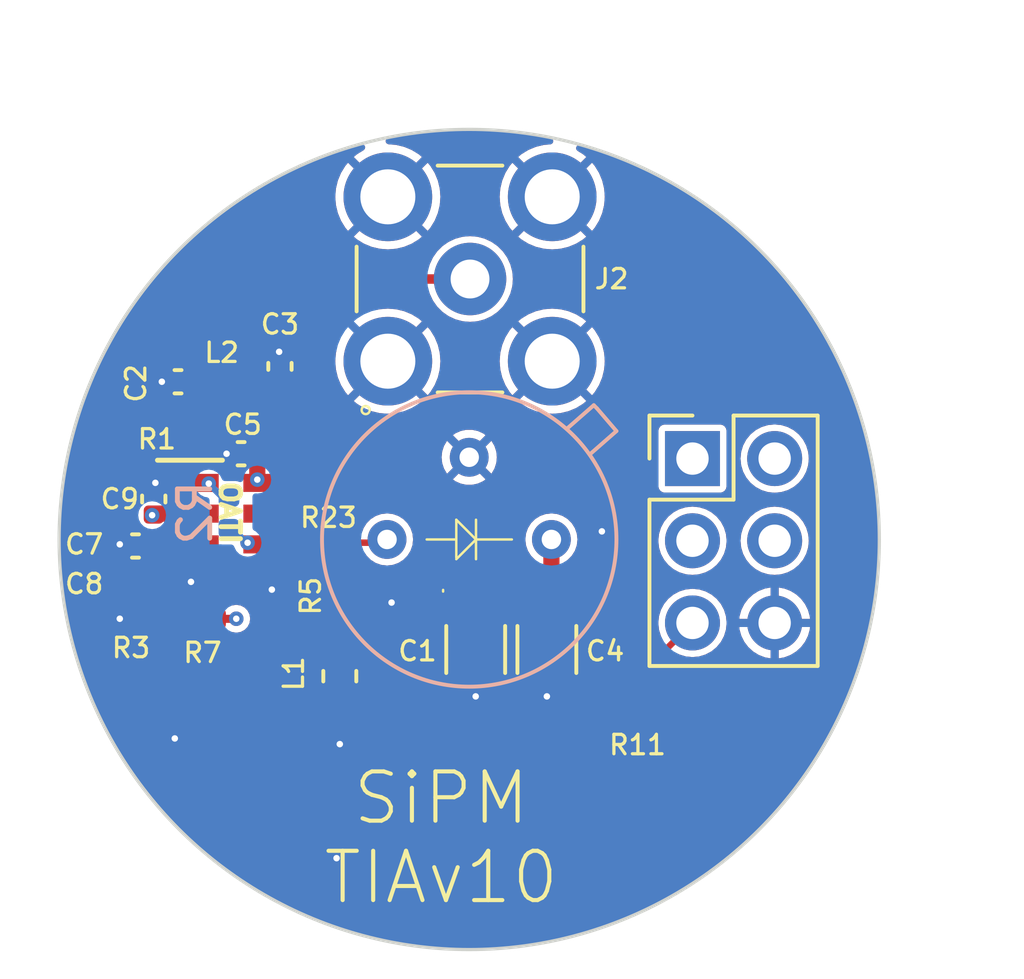
<source format=kicad_pcb>
(kicad_pcb (version 20221018) (generator pcbnew)
  (layers (0 "F.Cu" signal) (1 "In1.Cu" signal "GND") (2 "In2.Cu" signal "PWR") (31 "B.Cu" signal) (34 "B.Paste" user) (35 "F.Paste" user) (36 "B.SilkS" user "B.Silkscreen") (37 "F.SilkS" user "F.Silkscreen") (38 "B.Mask" user) (39 "F.Mask" user) (44 "Edge.Cuts" user))
  (net 0 "")
  (net 1 "GND")
  (net 2 "/VBiasFilt")
  (net 3 "Net-(C2-Pad1)")
  (net 4 "VDDA")
  (net 5 "VSSA")
  (net 6 "/OUT")
  (net 7 "Net-(L1-Pad1)")
  (net 8 "Net-(J2-In)")
  (net 9 "+VDC")
  (net 10 "Net-(U1-+)")
  (net 11 "LINE")
  (net 12 "Net-(D1-A)")
  (net 13 "+5V")
  (net 14 "Net-(U1--)")
  (footprint "Resistor_SMD:R_1206_3216Metric" (layer "F.Cu") (at 200.2 103.4 -90)
    (fp_text reference "C1" (at 0.05 1.8) (layer "F.SilkS") (effects (font (size 0.6 0.6) (thickness 0.1))))
    (fp_text value "2.2u" hide)
    (fp_line (start -0.727064 -0.91) (end 0.727064 -0.91) (stroke (width 0.12)) (layer "F.SilkS"))
    (fp_line (start -0.727064 0.91) (end 0.727064 0.91) (stroke (width 0.12)) (layer "F.SilkS"))
    (pad "1" smd roundrect (at -1.4625 0 270) (size 1.125 1.75) (layers "F.Cu" "F.Paste" "F.Mask") (roundrect_rratio 0.222222) (net 2 "/VBiasFilt"))
    (pad "2" smd roundrect (at 1.4625 0 270) (size 1.125 1.75) (layers "F.Cu" "F.Paste" "F.Mask") (roundrect_rratio 0.222222) (net 1 "GND"))
  )
  (footprint "Capacitor_SMD:C_0402_1005Metric" (layer "F.Cu") (at 189.6854 100.2018 180)
    (fp_text reference "C7" (at 1.5854 0.0518) (layer "F.SilkS") (effects (font (size 0.6 0.6) (thickness 0.1))))
    (fp_text value "0.1u" hide)
    (fp_line (start -0.107836 -0.36) (end 0.107836 -0.36) (stroke (width 0.12)) (layer "F.SilkS"))
    (fp_line (start -0.107836 0.36) (end 0.107836 0.36) (stroke (width 0.12)) (layer "F.SilkS"))
    (pad "1" smd roundrect (at -0.48 0 180) (size 0.56 0.62) (layers "F.Cu" "F.Paste" "F.Mask") (net 10 "Net-(U1-+)"))
    (pad "2" smd roundrect (at 0.48 0 180) (size 0.56 0.62) (layers "F.Cu" "F.Paste" "F.Mask") (net 1 "GND"))
  )
  (footprint "Capacitor_SMD:C_0402_1005Metric" (layer "F.Cu") (at 192.95 97.35 180)
    (fp_text reference "C5" (at -0.05 0.9 180) (layer "F.SilkS") (effects (font (size 0.6 0.6) (thickness 0.1))))
    (fp_text value "1u" hide)
    (fp_line (start -0.107836 -0.36) (end 0.107836 -0.36) (stroke (width 0.12)) (layer "F.SilkS"))
    (fp_line (start -0.107836 0.36) (end 0.107836 0.36) (stroke (width 0.12)) (layer "F.SilkS"))
    (pad "1" smd roundrect (at -0.48 0 180) (size 0.56 0.62) (layers "F.Cu" "F.Paste" "F.Mask") (net 4 "VDDA"))
    (pad "2" smd roundrect (at 0.48 0 180) (size 0.56 0.62) (layers "F.Cu" "F.Paste" "F.Mask") (net 1 "GND"))
  )
  (footprint "footprints:C_0402_1005Metric" (layer "F.Cu") (at 189.6854 101.3018 180)
    (fp_text reference "C8" (at 1.5854 -0.0732) (layer "F.SilkS") (effects (font (size 0.6 0.6) (thickness 0.1))))
    (fp_text value "1u" hide)
    (pad "1" smd roundrect (at -0.485 0 180) (size 0.59 0.64) (layers "F.Cu" "F.Paste" "F.Mask") (net 10 "Net-(U1-+)"))
    (pad "2" smd roundrect (at 0.485 0 180) (size 0.59 0.64) (layers "F.Cu" "F.Paste" "F.Mask") (net 1 "GND"))
  )
  (footprint "footprints:R_0402_1005Metric" (layer "F.Cu") (at 189.6854 102.4018)
    (fp_text reference "R3" (at -0.1384 0.9482) (layer "F.SilkS") (effects (font (size 0.6 0.6) (thickness 0.1))))
    (fp_text value "68" hide)
    (pad "1" smd roundrect (at -0.485 0) (size 0.59 0.64) (layers "F.Cu" "F.Paste" "F.Mask") (net 1 "GND"))
    (pad "2" smd roundrect (at 0.485 0) (size 0.59 0.64) (layers "F.Cu" "F.Paste" "F.Mask") (net 10 "Net-(U1-+)"))
  )
  (footprint "footprints:R_0402_1005Metric" (layer "F.Cu") (at 205.2 105.3 180)
    (fp_text reference "R11" (at 0 -1.05) (layer "F.SilkS") (effects (font (size 0.6 0.6) (thickness 0.1))))
    (fp_text value "10" hide)
    (pad "1" smd roundrect (at -0.485 0 180) (size 0.59 0.64) (layers "F.Cu" "F.Paste" "F.Mask") (net 9 "+VDC"))
    (pad "2" smd roundrect (at 0.485 0 180) (size 0.59 0.64) (layers "F.Cu" "F.Paste" "F.Mask") (net 2 "/VBiasFilt"))
  )
  (footprint "footprints:PinHeader_2x03_P2.54mm_Vertical" (layer "F.Cu") (at 206.9 97.5)
    (fp_text reference "J1" hide)
    (fp_text value "SSQ-103-01-G-D" hide)
    (fp_line (start -1.33 -1.33) (end 0 -1.33) (stroke (width 0.12)) (layer "F.SilkS"))
    (fp_line (start -1.33 0) (end -1.33 -1.33) (stroke (width 0.12)) (layer "F.SilkS"))
    (fp_line (start -1.33 1.27) (end -1.33 6.41) (stroke (width 0.12)) (layer "F.SilkS"))
    (fp_line (start -1.33 1.27) (end 1.27 1.27) (stroke (width 0.12)) (layer "F.SilkS"))
    (fp_line (start -1.33 6.41) (end 3.87 6.41) (stroke (width 0.12)) (layer "F.SilkS"))
    (fp_line (start 1.27 -1.33) (end 3.87 -1.33) (stroke (width 0.12)) (layer "F.SilkS"))
    (fp_line (start 1.27 1.27) (end 1.27 -1.33) (stroke (width 0.12)) (layer "F.SilkS"))
    (fp_line (start 3.87 -1.33) (end 3.87 6.41) (stroke (width 0.12)) (layer "F.SilkS"))
    (pad "1" thru_hole rect (at 0 0) (size 1.7 1.7) (drill 1) (layers "*.Cu" "*.Mask") (net 13 "+5V"))
    (pad "2" thru_hole oval (at 2.54 0) (size 1.7 1.7) (drill 1) (layers "*.Cu" "*.Mask") (net 5 "VSSA"))
    (pad "3" thru_hole oval (at 0 2.54) (size 1.7 1.7) (drill 1) (layers "*.Cu" "*.Mask") (net 4 "VDDA"))
    (pad "4" thru_hole oval (at 2.54 2.54) (size 1.7 1.7) (drill 1) (layers "*.Cu" "*.Mask") (net 11 "LINE"))
    (pad "5" thru_hole oval (at 0 5.08) (size 1.7 1.7) (drill 1) (layers "*.Cu" "*.Mask") (net 9 "+VDC"))
    (pad "6" thru_hole oval (at 2.54 5.08) (size 1.7 1.7) (drill 1) (layers "*.Cu" "*.Mask") (net 1 "GND"))
  )
  (footprint "footprints:R_0402_1005Metric" (layer "F.Cu") (at 195.5054 100.2 180)
    (fp_text reference "R23" (at -0.1446 0.875 180) (layer "F.SilkS") (effects (font (size 0.6 0.6) (thickness 0.1))))
    (fp_text value "33" hide)
    (pad "1" smd roundrect (at -0.485 0 180) (size 0.59 0.64) (layers "F.Cu" "F.Paste" "F.Mask") (net 12 "Net-(D1-A)"))
    (pad "2" smd roundrect (at 0.485 0 180) (size 0.59 0.64) (layers "F.Cu" "F.Paste" "F.Mask") (net 14 "Net-(U1--)"))
  )
  (footprint "footprints:L_0603_1608Metric" (layer "F.Cu") (at 196 104.225 -90)
    (fp_text reference "L1" (at -0.075 1.425 -270 unlocked) (layer "F.SilkS") (effects (font (size 0.6 0.6) (thickness 0.1))))
    (fp_text value "0.10uH" hide)
    (fp_line (start -0.162779 -0.51) (end 0.162779 -0.51) (stroke (width 0.12)) (layer "F.SilkS"))
    (fp_line (start -0.162779 0.51) (end 0.162779 0.51) (stroke (width 0.12)) (layer "F.SilkS"))
    (pad "1" smd roundrect (at -0.7875 0 270) (size 0.875 0.95) (layers "F.Cu" "F.Paste" "F.Mask") (net 7 "Net-(L1-Pad1)"))
    (pad "2" smd roundrect (at 0.7875 0 270) (size 0.875 0.95) (layers "F.Cu" "F.Paste" "F.Mask") (net 1 "GND"))
  )
  (footprint "footprints:R_0402_1005Metric" (layer "F.Cu") (at 191.425 97 90)
    (fp_text reference "R1" (at 0.1 -1.0792 180) (layer "F.SilkS") (effects (font (size 0.6 0.6) (thickness 0.1))))
    (fp_text value "50" hide)
    (pad "1" smd roundrect (at -0.485 0 90) (size 0.59 0.64) (layers "F.Cu" "F.Paste" "F.Mask") (net 6 "/OUT"))
    (pad "2" smd roundrect (at 0.485 0 90) (size 0.59 0.64) (layers "F.Cu" "F.Paste" "F.Mask") (net 3 "Net-(C2-Pad1)"))
  )
  (footprint "Capacitor_SMD:C_0402_1005Metric" (layer "F.Cu") (at 190.25 98.75 90)
    (fp_text reference "C9" (at 0 -1.05) (layer "F.SilkS") (effects (font (size 0.6 0.6) (thickness 0.1))))
    (fp_text value "1u" hide)
    (fp_line (start -0.107836 -0.36) (end 0.107836 -0.36) (stroke (width 0.12)) (layer "F.SilkS"))
    (fp_line (start -0.107836 0.36) (end 0.107836 0.36) (stroke (width 0.12)) (layer "F.SilkS"))
    (pad "1" smd roundrect (at -0.48 0 90) (size 0.56 0.62) (layers "F.Cu" "F.Paste" "F.Mask") (net 5 "VSSA"))
    (pad "2" smd roundrect (at 0.48 0 90) (size 0.56 0.62) (layers "F.Cu" "F.Paste" "F.Mask") (net 1 "GND"))
  )
  (footprint "footprints:R_0402_1005Metric" (layer "F.Cu") (at 196 101.6 90)
    (fp_text reference "R5" (at -0.15 -0.9 90) (layer "F.SilkS") (effects (font (size 0.6 0.6) (thickness 0.1))))
    (fp_text value "3.3" hide)
    (pad "1" smd roundrect (at -0.485 0 90) (size 0.59 0.64) (layers "F.Cu" "F.Paste" "F.Mask") (net 7 "Net-(L1-Pad1)"))
    (pad "2" smd roundrect (at 0.485 0 90) (size 0.59 0.64) (layers "F.Cu" "F.Paste" "F.Mask") (net 12 "Net-(D1-A)"))
  )
  (footprint "footprints:OPA847IDBVT" (layer "F.Cu") (at 192.6384 99.2018)
    (fp_text reference "U1" hide)
    (fp_text value "OPA847IDBVT" hide)
    (fp_text user "OATI" (at -0.0384 -0.0268 270 unlocked) (layer "F.SilkS") (effects (font (size 0.6 0.6))))
    (fp_line (start -0.2667 -1.651) (end -2.2733 -1.651) (stroke (width 0.1524)) (layer "F.SilkS"))
    (pad "1" smd rect (at -1.1176 -0.950001) (size 1.4732 0.5588) (layers "F.Cu" "F.Paste" "F.Mask") (net 6 "/OUT"))
    (pad "2" smd rect (at -1.1176 0) (size 1.4732 0.5588) (layers "F.Cu" "F.Paste" "F.Mask") (net 5 "VSSA"))
    (pad "3" smd rect (at -1.1176 0.950001) (size 1.4732 0.5588) (layers "F.Cu" "F.Paste" "F.Mask") (net 10 "Net-(U1-+)"))
    (pad "4" smd rect (at 1.1176 0.950001) (size 1.4732 0.5588) (layers "F.Cu" "F.Paste" "F.Mask") (net 14 "Net-(U1--)"))
    (pad "5" smd rect (at 1.1176 0) (size 1.4732 0.5588) (layers "F.Cu" "F.Paste" "F.Mask"))
    (pad "6" smd rect (at 1.1176 -0.950001) (size 1.4732 0.5588) (layers "F.Cu" "F.Paste" "F.Mask") (net 4 "VDDA"))
  )
  (footprint "Connector_Coaxial:SMB_Jack_Vertical" (layer "F.Cu") (at 200.025 91.95)
    (fp_text reference "J2" (at 4.375 0 unlocked) (layer "F.SilkS") (effects (font (size 0.6 0.6) (thickness 0.1))))
    (fp_text value "Conn_Coaxial" hide)
    (fp_line (start -3.5052 1) (end -3.5052 -1) (stroke (width 0.12)) (layer "F.SilkS"))
    (fp_line (start -1 -3.5052) (end 1 -3.5052) (stroke (width 0.12)) (layer "F.SilkS"))
    (fp_line (start 1 3.5052) (end -1 3.5052) (stroke (width 0.12)) (layer "F.SilkS"))
    (fp_line (start 3.5052 -1) (end 3.5052 1) (stroke (width 0.12)) (layer "F.SilkS"))
    (pad "1" thru_hole circle locked (at 0 0) (size 2.24 2.24) (drill 1.2) (layers "*.Cu" "*.Mask") (net 8 "Net-(J2-In)"))
    (pad "2" thru_hole circle locked (at -2.54 -2.54) (size 2.74 2.74) (drill 1.7) (layers "*.Cu" "*.Mask") (net 1 "GND"))
    (pad "2" thru_hole circle locked (at -2.54 2.54) (size 2.74 2.74) (drill 1.7) (layers "*.Cu" "*.Mask") (net 1 "GND"))
    (pad "2" thru_hole circle locked (at 2.54 -2.54) (size 2.74 2.74) (drill 1.7) (layers "*.Cu" "*.Mask") (net 1 "GND"))
    (pad "2" thru_hole circle locked (at 2.54 2.54) (size 2.74 2.74) (drill 1.7) (layers "*.Cu" "*.Mask") (net 1 "GND"))
  )
  (footprint "footprints:R_0402_1005Metric" (layer "F.Cu") (at 191.7 102.453)
    (fp_text reference "R7" (at 0.057 1.047) (layer "F.SilkS") (effects (font (size 0.6 0.6) (thickness 0.1))))
    (fp_text value "5k" hide)
    (pad "1" smd roundrect (at -0.485 0) (size 0.59 0.64) (layers "F.Cu" "F.Paste" "F.Mask") (net 10 "Net-(U1-+)"))
    (pad "2" smd roundrect (at 0.485 0) (size 0.59 0.64) (layers "F.Cu" "F.Paste" "F.Mask") (net 11 "LINE"))
  )
  (footprint "Capacitor_SMD:C_0402_1005Metric" (layer "F.Cu") (at 194.15 94.65 90)
    (fp_text reference "C3" (at 1.3 0 180) (layer "F.SilkS") (effects (font (size 0.6 0.6) (thickness 0.1))))
    (fp_text value "120p")
    (fp_line (start -0.107836 -0.36) (end 0.107836 -0.36) (stroke (width 0.12)) (layer "F.SilkS"))
    (fp_line (start -0.107836 0.36) (end 0.107836 0.36) (stroke (width 0.12)) (layer "F.SilkS"))
    (pad "1" smd roundrect (at -0.48 0 90) (size 0.56 0.62) (layers "F.Cu" "F.Paste" "F.Mask") (net 8 "Net-(J2-In)"))
    (pad "2" smd roundrect (at 0.48 0 90) (size 0.56 0.62) (layers "F.Cu" "F.Paste" "F.Mask") (net 1 "GND"))
  )
  (footprint "Capacitor_SMD:C_0402_1005Metric" (layer "F.Cu") (at 191 95.125 180)
    (fp_text reference "C2" (at 1.3 -0.05 90) (layer "F.SilkS") (effects (font (size 0.6 0.6) (thickness 0.1))))
    (fp_text value "120pF")
    (fp_line (start -0.107836 -0.36) (end 0.107836 -0.36) (stroke (width 0.12)) (layer "F.SilkS"))
    (fp_line (start -0.107836 0.36) (end 0.107836 0.36) (stroke (width 0.12)) (layer "F.SilkS"))
    (pad "1" smd roundrect (at -0.48 0 180) (size 0.56 0.62) (layers "F.Cu" "F.Paste" "F.Mask") (net 3 "Net-(C2-Pad1)"))
    (pad "2" smd roundrect (at 0.48 0 180) (size 0.56 0.62) (layers "F.Cu" "F.Paste" "F.Mask") (net 1 "GND"))
  )
  (footprint "Inductor_SMD:L_0402_1005Metric" (layer "F.Cu") (at 192.825 95.125)
    (fp_text reference "L2" (at -0.475 -0.9) (layer "F.SilkS") (effects (font (size 0.6 0.6) (thickness 0.1))))
    (fp_text value "560nH")
    (pad "1" smd roundrect (at -0.485 0) (size 0.59 0.64) (layers "F.Cu" "F.Paste" "F.Mask") (net 3 "Net-(C2-Pad1)"))
    (pad "2" smd roundrect (at 0.485 0) (size 0.59 0.64) (layers "F.Cu" "F.Paste" "F.Mask") (net 8 "Net-(J2-In)"))
  )
  (footprint "Resistor_SMD:R_1206_3216Metric" (layer "F.Cu") (at 202.4 103.4 -90)
    (fp_text reference "C4" (at 0.05 -1.8) (layer "F.SilkS") (effects (font (size 0.6 0.6) (thickness 0.1))))
    (fp_text value "2.2u" hide)
    (fp_line (start -0.727064 -0.91) (end 0.727064 -0.91) (stroke (width 0.12)) (layer "F.SilkS"))
    (fp_line (start -0.727064 0.91) (end 0.727064 0.91) (stroke (width 0.12)) (layer "F.SilkS"))
    (pad "1" smd roundrect (at -1.4625 0 270) (size 1.125 1.75) (layers "F.Cu" "F.Paste" "F.Mask") (roundrect_rratio 0.222222) (net 2 "/VBiasFilt"))
    (pad "2" smd roundrect (at 1.4625 0 270) (size 1.125 1.75) (layers "F.Cu" "F.Paste" "F.Mask") (roundrect_rratio 0.222222) (net 1 "GND"))
  )
  (footprint "footprints:S14420" (layer "B.Cu") (at 200 100)
    (fp_text reference "D1" hide)
    (fp_text value "SIPM" hide)
    (fp_line (start 3.75 -2.65) (end 4.55 -3.35) (stroke (width 0.12)) (layer "B.SilkS"))
    (fp_line (start 3.85 -4.15) (end 3.05 -3.45) (stroke (width 0.12)) (layer "B.SilkS"))
    (fp_line (start 3.95 -4.05) (end 3.85 -4.15) (stroke (width 0.12)) (layer "B.SilkS"))
    (fp_line (start 4.55 -3.35) (end 3.95 -4.05) (stroke (width 0.12)) (layer "B.SilkS"))
    (fp_circle (center 0 0) (end 4.55 0) (stroke (width 0.12)) (fill none) (layer "B.SilkS"))
    (pad "1" thru_hole circle locked (at 2.54 0) (size 1.2 1.2) (drill 0.6) (layers "*.Cu" "*.Mask") (net 2 "/VBiasFilt"))
    (pad "2" thru_hole circle locked (at -2.54 0) (size 1.2 1.2) (drill 0.6) (layers "*.Cu" "*.Mask") (net 12 "Net-(D1-A)"))
    (pad "3" thru_hole circle locked (at 0 -2.54) (size 1.2 1.2) (drill 0.6) (layers "*.Cu" "*.Mask") (net 1 "GND"))
  )
  (footprint "footprints:R_0402_1005Metric" (layer "B.Cu") (at 192.575 99.175 90)
    (fp_text reference "R2" (at 0 -1.05 90) (layer "B.SilkS") (effects (justify mirror)))
    (fp_text value "1.5k" hide)
    (pad "1" smd roundrect (at -0.485 0 90) (size 0.59 0.64) (layers "B.Cu" "B.Paste" "B.Mask") (net 14 "Net-(U1--)"))
    (pad "2" smd roundrect (at 0.485 0 90) (size 0.59 0.64) (layers "B.Cu" "B.Paste" "B.Mask") (net 6 "/OUT"))
  )
  (gr_circle (center 196.8 96) (end 196.9 96.075) (stroke (width 0.0762)) (fill none) (layer "F.SilkS"))
  (gr_line (start 200.2096 100.6096) (end 200.2096 99.3904) (stroke (width 0.0762)) (layer "F.SilkS"))
  (gr_line (start 200.2096 100) (end 201.3178 100) (stroke (width 0.0762)) (layer "F.SilkS"))
  (gr_line (start 199.6 100.5588) (end 199.6 99.3904) (stroke (width 0.0762)) (layer "F.SilkS"))
  (gr_line (start 199.6 99.3904) (end 200.2096 100) (stroke (width 0.0762)) (layer "F.SilkS"))
  (gr_line (start 200.2096 100) (end 199.6 100.6096) (stroke (width 0.0762)) (layer "F.SilkS"))
  (gr_line (start 199.6 100) (end 198.6856 100) (stroke (width 0.0762)) (layer "F.SilkS"))
  (gr_line (start 199.1928 101.6096) (end 199.1928 101.5588) (stroke (width 0.0762)) (layer "F.SilkS"))
  (gr_circle locked (center 200 100) (end 212.6746 100) (stroke (width 0.1)) (fill none) (layer "Edge.Cuts"))
  (gr_text "SiPM\nTIAv10\n" (at 199.136 109.22) (layer "F.SilkS") (effects (font (size 1.524 1.524) (thickness 0.127))))
  (segment (start 189.2004 101.3018) (end 189.2004 102.4018) (width 0.2) (layer "F.Cu") (net 1))
  (segment (start 189.2004 100.2018) (end 189.2004 101.3018) (width 0.2) (layer "F.Cu") (net 1))
  (segment (start 196 105.04) (end 196 106.325) (width 0.2) (layer "F.Cu") (net 1))
  (via (at 189.2 100.15) (size 0.45) (drill 0.2) (layers "F.Cu" "B.Cu") (net 1))
  (via (at 200.2 104.85) (size 0.45) (drill 0.2) (layers "F.Cu" "B.Cu") (net 1))
  (via (at 202.4 104.85) (size 0.45) (drill 0.2) (layers "F.Cu" "B.Cu") (net 1))
  (via (at 191.4006 101.31) (size 0.45) (drill 0.2) (layers "F.Cu" "B.Cu") (net 1))
  (via (at 194.125 94.2) (size 0.45) (drill 0.2) (layers "F.Cu" "B.Cu") (net 1))
  (via (at 193.9 101.55) (size 0.45) (drill 0.2) (layers "F.Cu" "B.Cu") (net 1))
  (via (at 204.1 99.75) (size 0.45) (drill 0.2) (layers "F.Cu" "B.Cu") (net 1))
  (via (at 190.5 95.125) (size 0.45) (drill 0.2) (layers "F.Cu" "B.Cu") (net 1))
  (via (at 196 106.325) (size 0.45) (drill 0.2) (layers "F.Cu" "B.Cu") (net 1))
  (via (at 195.9 109.85) (size 0.45) (drill 0.2) (layers "F.Cu" "B.Cu") (net 1))
  (via (at 189.2 102.45) (size 0.45) (drill 0.2) (layers "F.Cu" "B.Cu") (net 1))
  (via (at 197.6 101.95) (size 0.45) (drill 0.2) (layers "F.Cu" "B.Cu") (net 1))
  (via (at 190.9 106.15) (size 0.45) (drill 0.2) (layers "F.Cu" "B.Cu") (net 1))
  (via (at 190.3 98.25) (size 0.45) (drill 0.2) (layers "F.Cu" "B.Cu") (net 1))
  (via (at 192.5 97.35) (size 0.45) (drill 0.2) (layers "F.Cu" "B.Cu") (net 1))
  (segment (start 202.54 101.985) (end 202.54 100) (width 0.5) (layer "F.Cu") (net 2))
  (segment (start 204.715 105.3) (end 204.715 103.9525) (width 0.2) (layer "F.Cu") (net 2))
  (segment (start 202.85 102.0875) (end 204.715 103.9525) (width 0.2) (layer "F.Cu") (net 2))
  (segment (start 200.6 102) (end 202.7 102) (width 0.5) (layer "F.Cu") (net 2))
  (segment (start 191.48 95.125) (end 192.34 95.125) (width 0.29337) (layer "F.Cu") (net 3))
  (segment (start 191.425 96.475) (end 191.425 95.12) (width 0.29337) (layer "F.Cu") (net 3))
  (segment (start 193.45 98.067599) (end 193.45 97.365) (width 0.5) (layer "F.Cu") (net 4))
  (via (at 193.45 98.15) (size 0.45) (drill 0.2) (layers "F.Cu" "B.Cu") (net 4))
  (segment (start 191.5208 99.2018) (end 190.2832 99.2018) (width 0.5) (layer "F.Cu") (net 5))
  (via (at 190.2 99.25) (size 0.45) (drill 0.2) (layers "F.Cu" "B.Cu") (net 5))
  (segment (start 191.4 98.251799) (end 191.4 97.3558) (width 0.25) (layer "F.Cu") (net 6))
  (via (at 191.95 98.272201) (size 0.45) (drill 0.2) (layers "F.Cu" "B.Cu") (net 6))
  (segment (start 192.342799 98.665) (end 191.95 98.272201) (width 0.2) (layer "B.Cu") (net 6))
  (segment (start 196 103.6775) (end 196 102.05) (width 0.2) (layer "F.Cu") (net 7))
  (segment (start 197.368277 91.95) (end 200.025 91.95) (width 0.29337) (layer "F.Cu") (net 8))
  (segment (start 193.31 95.125) (end 194.145 95.125) (width 0.29337) (layer "F.Cu") (net 8))
  (segment (start 194.188277 95.13) (end 197.368277 91.95) (width 0.29337) (layer "F.Cu") (net 8))
  (segment (start 205.685 105.3) (end 205.685 103.795) (width 0.2) (layer "F.Cu") (net 9))
  (segment (start 205.685 103.795) (end 206.9 102.58) (width 0.2) (layer "F.Cu") (net 9))
  (segment (start 190.1704 101.3018) (end 190.1704 102.4018) (width 0.2) (layer "F.Cu") (net 10))
  (segment (start 192.1178 100.151801) (end 190.220399 100.151801) (width 0.2) (layer "F.Cu") (net 10))
  (segment (start 190.1704 100.2018) (end 190.1704 101.3018) (width 0.2) (layer "F.Cu") (net 10))
  (segment (start 191.215 102.453) (end 190.2216 102.453) (width 0.2) (layer "F.Cu") (net 10))
  (segment (start 192.716 102.453) (end 192.185 102.453) (width 0.25) (layer "F.Cu") (net 11))
  (via (at 192.8 102.45) (size 0.45) (drill 0.2) (layers "F.Cu" "B.Cu") (net 11))
  (segment (start 196 101.115) (end 196 100.2096) (width 0.2) (layer "F.Cu") (net 12))
  (segment (start 195.9904 100.1) (end 197.36 100.1) (width 0.2) (layer "F.Cu") (net 12))
  (segment (start 195.0204 100.2) (end 193.804199 100.2) (width 0.2) (layer "F.Cu") (net 14))
  (via (at 193.15 100.101001) (size 0.45) (drill 0.2) (layers "F.Cu" "B.Cu") (net 14))
  (segment (start 193.15 100.101001) (end 193.116001 100.101001) (width 0.2) (layer "B.Cu") (net 14))
  (segment (start 193.116001 100.101001) (end 192.65 99.635) (width 0.2) (layer "B.Cu") (net 14))
  (zone (net 0) (net_name "") (layer "F.Cu") (connect_pads (clearance 0)) (min_thickness 0.254)
    (keepout (tracks allowed) (vias allowed) (pads allowed) (copperpour not_allowed) (footprints allowed))
    (fill (thermal_gap 0.508) (thermal_bridge_width 0.508))
    (polygon (pts (xy 194.75 95.725) (xy 189.875 95.725) (xy 189.875 93.625) (xy 194.75 93.625)))
  )
  (zone (net 0) (net_name "") (layers "F.Cu" "In1.Cu") (connect_pads (clearance 0)) (min_thickness 0.2)
    (keepout (tracks allowed) (vias allowed) (pads allowed) (copperpour not_allowed) (footprints allowed))
    (fill (thermal_gap 0.25) (thermal_bridge_width 0.25))
    (polygon (pts (xy 191 97.85) (xy 191 97.2) (xy 191.825 97.2) (xy 191.825 97.95) (xy 192.3 97.95) (xy 192.3 98.525) (xy 190.7 98.525) (xy 190.7 97.85)))
  )
  (zone (net 0) (net_name "") (layers "F.Cu" "In1.Cu" "In2.Cu") (connect_pads (clearance 0)) (min_thickness 0.2)
    (keepout (tracks allowed) (vias allowed) (pads allowed) (copperpour not_allowed) (footprints allowed))
    (fill (thermal_gap 0.25) (thermal_bridge_width 0.25))
    (polygon (pts (xy 196.94 106.1) (xy 195.04 106.1) (xy 195.04 102.8) (xy 196.94 102.8)))
  )
  (zone (net 0) (net_name "") (layers "F.Cu" "In1.Cu" "In2.Cu") (connect_pads (clearance 0)) (min_thickness 0.2)
    (keepout (tracks allowed) (vias allowed) (pads allowed) (copperpour not_allowed) (footprints allowed))
    (fill (thermal_gap 0.25) (thermal_bridge_width 0.25))
    (polygon (pts (xy 195.5 98.65) (xy 195.5 100.55) (xy 192 100.55) (xy 192 99.025) (xy 192.7 99.025) (xy 192.7 98.65) (xy 194.5 98.65)))
  )
  (zone (net 1) (net_name "GND") (layers "F.Cu" "In1.Cu" "B.Cu") (connect_pads (clearance 0.2)) (min_thickness 0.2) (fill yes (thermal_gap 0.25) (thermal_bridge_width 0.25))
    (polygon (pts (xy 217.1521 85.805) (xy 216.9021 113.58) (xy 185.4979 113.57) (xy 185.7479 85.795)))
  )
  (zone (net 0) (net_name "") (layers "In2.Cu" "B.Cu") (connect_pads (clearance 0)) (min_thickness 0.2)
    (keepout (tracks allowed) (vias allowed) (pads allowed) (copperpour not_allowed) (footprints allowed))
    (fill (thermal_gap 0.25) (thermal_bridge_width 0.25))
    (polygon (pts (xy 193.3 98.25) (xy 193.3 100.15) (xy 191.975 100.15) (xy 191.975 98.25)))
  )
)
</source>
